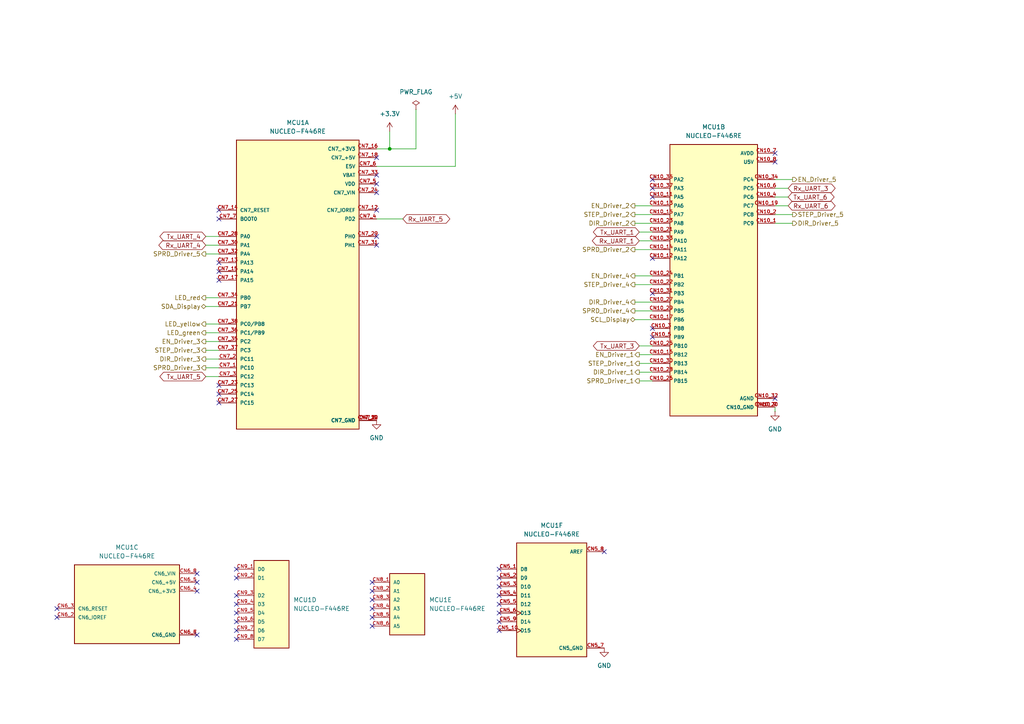
<source format=kicad_sch>
(kicad_sch (version 20231120) (generator "eeschema") (generator_version "8.0")
  (paper "A4")
  (lib_symbols
    (symbol "NUCLEO-F446RE:NUCLEO-F446RE" (pin_names (offset 1.016))
      (property "Reference" "U" (at -17.78 41.91 0))
      (property "Value" "NUCLEO-F446RE" (at -17.78 -44.45 0))
      (symbol "NUCLEO-F446RE_1_0"
        (rectangle (start -17.78 -43.18) (end 17.78 40.64) (stroke (width 0.254)) (fill (type background)))
        (pin bidirectional line (at -22.86 -25.4 0) (length 5.08) (name "PC10") (number "CN7_1"))
        (pin bidirectional line (at 22.86 20.32 180) (length 5.08) (name "CN7_IOREF") (number "CN7_12"))
        (pin bidirectional line (at -22.86 5.08 0) (length 5.08) (name "PA13") (number "CN7_13"))
        (pin bidirectional line (at -22.86 20.32 0) (length 5.08) (name "CN7_RESET") (number "CN7_14"))
        (pin bidirectional line (at -22.86 2.54 0) (length 5.08) (name "PA14") (number "CN7_15"))
        (pin power_in line (at 22.86 38.1 180) (length 5.08) (name "CN7_+3V3") (number "CN7_16"))
        (pin bidirectional line (at -22.86 0 0) (length 5.08) (name "PA15") (number "CN7_17"))
        (pin power_in line (at 22.86 35.56 180) (length 5.08) (name "CN7_+5V") (number "CN7_18"))
        (pin power_in line (at 22.86 -40.64 180) (length 5.08) (name "CN7_GND") (number "CN7_19"))
        (pin bidirectional line (at -22.86 -22.86 0) (length 5.08) (name "PC11") (number "CN7_2"))
        (pin power_in line (at 22.86 -40.64 180) (length 5.08) (name "CN7_GND") (number "CN7_20"))
        (pin bidirectional line (at -22.86 -7.62 0) (length 5.08) (name "PB7") (number "CN7_21"))
        (pin power_in line (at 22.86 -40.64 180) (length 5.08) (name "CN7_GND") (number "CN7_22"))
        (pin bidirectional line (at -22.86 -30.48 0) (length 5.08) (name "PC13") (number "CN7_23"))
        (pin power_in line (at 22.86 25.4 180) (length 5.08) (name "CN7_VIN") (number "CN7_24"))
        (pin bidirectional line (at -22.86 -33.02 0) (length 5.08) (name "PC14") (number "CN7_25"))
        (pin bidirectional line (at -22.86 -35.56 0) (length 5.08) (name "PC15") (number "CN7_27"))
        (pin bidirectional line (at -22.86 12.7 0) (length 5.08) (name "PA0") (number "CN7_28"))
        (pin bidirectional line (at 22.86 12.7 180) (length 5.08) (name "PH0") (number "CN7_29"))
        (pin bidirectional line (at -22.86 -27.94 0) (length 5.08) (name "PC12") (number "CN7_3"))
        (pin bidirectional line (at -22.86 10.16 0) (length 5.08) (name "PA1") (number "CN7_30"))
        (pin bidirectional line (at 22.86 10.16 180) (length 5.08) (name "PH1") (number "CN7_31"))
        (pin bidirectional line (at -22.86 7.62 0) (length 5.08) (name "PA4") (number "CN7_32"))
        (pin power_in line (at 22.86 30.48 180) (length 5.08) (name "VBAT") (number "CN7_33"))
        (pin bidirectional line (at -22.86 -5.08 0) (length 5.08) (name "PB0") (number "CN7_34"))
        (pin bidirectional line (at -22.86 -17.78 0) (length 5.08) (name "PC2") (number "CN7_35"))
        (pin bidirectional line (at -22.86 -15.24 0) (length 5.08) (name "PC1/PB9") (number "CN7_36"))
        (pin bidirectional line (at -22.86 -20.32 0) (length 5.08) (name "PC3") (number "CN7_37"))
        (pin bidirectional line (at -22.86 -12.7 0) (length 5.08) (name "PC0/PB8") (number "CN7_38"))
        (pin bidirectional line (at 22.86 17.78 180) (length 5.08) (name "PD2") (number "CN7_4"))
        (pin power_in line (at 22.86 27.94 180) (length 5.08) (name "VDD") (number "CN7_5"))
        (pin power_in line (at 22.86 33.02 180) (length 5.08) (name "E5V") (number "CN7_6"))
        (pin bidirectional line (at -22.86 17.78 0) (length 5.08) (name "BOOT0") (number "CN7_7"))
        (pin power_in line (at 22.86 -40.64 180) (length 5.08) (name "CN7_GND") (number "CN7_8"))
      )
      (symbol "NUCLEO-F446RE_2_0"
        (rectangle (start -12.7 -40.64) (end 12.7 38.1) (stroke (width 0.254)) (fill (type background)))
        (pin bidirectional line (at 17.78 15.24 180) (length 5.08) (name "PC9") (number "CN10_1"))
        (pin bidirectional line (at -17.78 22.86 0) (length 5.08) (name "PA5") (number "CN10_11"))
        (pin bidirectional line (at -17.78 5.08 0) (length 5.08) (name "PA12") (number "CN10_12"))
        (pin bidirectional line (at -17.78 20.32 0) (length 5.08) (name "PA6") (number "CN10_13"))
        (pin bidirectional line (at -17.78 7.62 0) (length 5.08) (name "PA11") (number "CN10_14"))
        (pin bidirectional line (at -17.78 17.78 0) (length 5.08) (name "PA7") (number "CN10_15"))
        (pin bidirectional line (at -17.78 -22.86 0) (length 5.08) (name "PB12") (number "CN10_16"))
        (pin bidirectional line (at -17.78 -12.7 0) (length 5.08) (name "PB6") (number "CN10_17"))
        (pin bidirectional line (at 17.78 20.32 180) (length 5.08) (name "PC7") (number "CN10_19"))
        (pin bidirectional line (at 17.78 17.78 180) (length 5.08) (name "PC8") (number "CN10_2"))
        (pin power_in line (at 17.78 -38.1 180) (length 5.08) (name "CN10_GND") (number "CN10_20"))
        (pin bidirectional line (at -17.78 12.7 0) (length 5.08) (name "PA9") (number "CN10_21"))
        (pin bidirectional line (at -17.78 -2.54 0) (length 5.08) (name "PB2") (number "CN10_22"))
        (pin bidirectional line (at -17.78 15.24 0) (length 5.08) (name "PA8") (number "CN10_23"))
        (pin bidirectional line (at -17.78 0 0) (length 5.08) (name "PB1") (number "CN10_24"))
        (pin bidirectional line (at -17.78 -20.32 0) (length 5.08) (name "PB10") (number "CN10_25"))
        (pin bidirectional line (at -17.78 -30.48 0) (length 5.08) (name "PB15") (number "CN10_26"))
        (pin bidirectional line (at -17.78 -7.62 0) (length 5.08) (name "PB4") (number "CN10_27"))
        (pin bidirectional line (at -17.78 -27.94 0) (length 5.08) (name "PB14") (number "CN10_28"))
        (pin bidirectional line (at -17.78 -10.16 0) (length 5.08) (name "PB5") (number "CN10_29"))
        (pin bidirectional line (at -17.78 -15.24 0) (length 5.08) (name "PB8") (number "CN10_3"))
        (pin bidirectional line (at -17.78 -25.4 0) (length 5.08) (name "PB13") (number "CN10_30"))
        (pin bidirectional line (at -17.78 -5.08 0) (length 5.08) (name "PB3") (number "CN10_31"))
        (pin power_in line (at 17.78 -35.56 180) (length 5.08) (name "AGND") (number "CN10_32"))
        (pin bidirectional line (at -17.78 10.16 0) (length 5.08) (name "PA10") (number "CN10_33"))
        (pin bidirectional line (at 17.78 27.94 180) (length 5.08) (name "PC4") (number "CN10_34"))
        (pin bidirectional line (at -17.78 27.94 0) (length 5.08) (name "PA2") (number "CN10_35"))
        (pin bidirectional line (at -17.78 25.4 0) (length 5.08) (name "PA3") (number "CN10_37"))
        (pin bidirectional line (at 17.78 22.86 180) (length 5.08) (name "PC6") (number "CN10_4"))
        (pin bidirectional line (at -17.78 -17.78 0) (length 5.08) (name "PB9") (number "CN10_5"))
        (pin bidirectional line (at 17.78 25.4 180) (length 5.08) (name "PC5") (number "CN10_6"))
        (pin power_in line (at 17.78 35.56 180) (length 5.08) (name "AVDD") (number "CN10_7"))
        (pin power_in line (at 17.78 33.02 180) (length 5.08) (name "U5V") (number "CN10_8"))
        (pin power_in line (at 17.78 -38.1 180) (length 5.08) (name "CN10_GND") (number "CN10_9"))
      )
      (symbol "NUCLEO-F446RE_3_0"
        (rectangle (start -15.24 -12.7) (end 15.24 10.16) (stroke (width 0.254)) (fill (type background)))
        (pin bidirectional line (at -20.32 -5.08 0) (length 5.08) (name "CN6_IOREF") (number "CN6_2"))
        (pin bidirectional line (at -20.32 -2.54 0) (length 5.08) (name "CN6_RESET") (number "CN6_3"))
        (pin power_in line (at 20.32 2.54 180) (length 5.08) (name "CN6_+3V3") (number "CN6_4"))
        (pin power_in line (at 20.32 5.08 180) (length 5.08) (name "CN6_+5V") (number "CN6_5"))
        (pin power_in line (at 20.32 -10.16 180) (length 5.08) (name "CN6_GND") (number "CN6_6"))
        (pin power_in line (at 20.32 -10.16 180) (length 5.08) (name "CN6_GND") (number "CN6_7"))
        (pin power_in line (at 20.32 7.62 180) (length 5.08) (name "CN6_VIN") (number "CN6_8"))
      )
      (symbol "NUCLEO-F446RE_4_0"
        (rectangle (start -5.08 -12.7) (end 5.08 12.7) (stroke (width 0.254)) (fill (type background)))
        (pin input line (at -10.16 10.16 0) (length 5.08) (name "D0") (number "CN9_1"))
        (pin output line (at -10.16 7.62 0) (length 5.08) (name "D1") (number "CN9_2"))
        (pin bidirectional line (at -10.16 2.54 0) (length 5.08) (name "D2") (number "CN9_3"))
        (pin bidirectional line (at -10.16 0 0) (length 5.08) (name "D3") (number "CN9_4"))
        (pin bidirectional line (at -10.16 -2.54 0) (length 5.08) (name "D4") (number "CN9_5"))
        (pin bidirectional line (at -10.16 -5.08 0) (length 5.08) (name "D5") (number "CN9_6"))
        (pin bidirectional line (at -10.16 -7.62 0) (length 5.08) (name "D6") (number "CN9_7"))
        (pin bidirectional line (at -10.16 -10.16 0) (length 5.08) (name "D7") (number "CN9_8"))
      )
      (symbol "NUCLEO-F446RE_5_0"
        (rectangle (start -5.08 -10.16) (end 5.08 7.62) (stroke (width 0.254)) (fill (type background)))
        (pin input line (at -10.16 5.08 0) (length 5.08) (name "A0") (number "CN8_1"))
        (pin input line (at -10.16 2.54 0) (length 5.08) (name "A1") (number "CN8_2"))
        (pin input line (at -10.16 0 0) (length 5.08) (name "A2") (number "CN8_3"))
        (pin input line (at -10.16 -2.54 0) (length 5.08) (name "A3") (number "CN8_4"))
        (pin input line (at -10.16 -5.08 0) (length 5.08) (name "A4") (number "CN8_5"))
        (pin input line (at -10.16 -7.62 0) (length 5.08) (name "A5") (number "CN8_6"))
      )
      (symbol "NUCLEO-F446RE_6_0"
        (rectangle (start -10.16 -17.78) (end 10.16 15.24) (stroke (width 0.254)) (fill (type background)))
        (pin bidirectional line (at -15.24 7.62 0) (length 5.08) (name "D8") (number "CN5_1"))
        (pin bidirectional clock (at -15.24 -10.16 0) (length 5.08) (name "D15") (number "CN5_10"))
        (pin bidirectional line (at -15.24 5.08 0) (length 5.08) (name "D9") (number "CN5_2"))
        (pin bidirectional line (at -15.24 2.54 0) (length 5.08) (name "D10") (number "CN5_3"))
        (pin bidirectional line (at -15.24 0 0) (length 5.08) (name "D11") (number "CN5_4"))
        (pin bidirectional line (at -15.24 -2.54 0) (length 5.08) (name "D12") (number "CN5_5"))
        (pin bidirectional clock (at -15.24 -5.08 0) (length 5.08) (name "D13") (number "CN5_6"))
        (pin power_in line (at 15.24 -15.24 180) (length 5.08) (name "CN5_GND") (number "CN5_7"))
        (pin power_in line (at 15.24 12.7 180) (length 5.08) (name "AREF") (number "CN5_8"))
        (pin bidirectional line (at -15.24 -7.62 0) (length 5.08) (name "D14") (number "CN5_9"))
      )
    )
    (symbol "power:+3.3V" (power) (pin_numbers hide) (pin_names (offset 0) hide)
      (property "Value" "+3.3V" (at 0 3.556 0))
      (symbol "+3.3V_0_1"
        (polyline (pts (xy -0.762 1.27) (xy 0 2.54)))
        (polyline (pts (xy 0 0) (xy 0 2.54)))
        (polyline (pts (xy 0 2.54) (xy 0.762 1.27)))
      )
      (symbol "+3.3V_1_1"
        (pin power_in line (at 0 0 90) (length 0) (name "~") (number "1"))
      )
    )
    (symbol "power:+5V" (power) (pin_numbers hide) (pin_names (offset 0) hide)
      (property "Value" "+5V" (at 0 3.556 0))
      (symbol "+5V_0_1"
        (polyline (pts (xy -0.762 1.27) (xy 0 2.54)))
        (polyline (pts (xy 0 0) (xy 0 2.54)))
        (polyline (pts (xy 0 2.54) (xy 0.762 1.27)))
      )
      (symbol "+5V_1_1"
        (pin power_in line (at 0 0 90) (length 0) (name "~") (number "1"))
      )
    )
    (symbol "power:GND" (power) (pin_numbers hide) (pin_names (offset 0) hide)
      (property "Value" "GND" (at 0 -3.81 0))
      (symbol "GND_0_1"
        (polyline (pts (xy 0 0) (xy 0 -1.27) (xy 1.27 -1.27) (xy 0 -2.54) (xy -1.27 -1.27) (xy 0 -1.27)))
      )
      (symbol "GND_1_1"
        (pin power_in line (at 0 0 270) (length 0) (name "~") (number "1"))
      )
    )
    (symbol "power:PWR_FLAG" (power) (pin_numbers hide) (pin_names (offset 0) hide)
      (property "Value" "PWR_FLAG" (at 0 3.81 0))
      (symbol "PWR_FLAG_0_0"
        (pin power_out line (at 0 0 90) (length 0) (name "~") (number "1"))
      )
      (symbol "PWR_FLAG_0_1"
        (polyline (pts (xy 0 0) (xy 0 1.27) (xy -1.016 1.905) (xy 0 2.54) (xy 1.016 1.905) (xy 0 1.27)))
      )
    )
  )
  (junction (at 113.03 43.18))
  (no_connect (at 63.5 76.2))
  (no_connect (at 68.58 175.26))
  (no_connect (at 109.22 53.34))
  (no_connect (at 109.22 71.12))
  (no_connect (at 144.78 165.1))
  (no_connect (at 68.58 185.42))
  (no_connect (at 16.51 176.53))
  (no_connect (at 63.5 81.28))
  (no_connect (at 57.15 168.91))
  (no_connect (at 16.51 179.07))
  (no_connect (at 63.5 63.5))
  (no_connect (at 109.22 55.88))
  (no_connect (at 57.15 171.45))
  (no_connect (at 189.23 52.07))
  (no_connect (at 144.78 177.8))
  (no_connect (at 189.23 95.25))
  (no_connect (at 107.95 168.91))
  (no_connect (at 63.5 116.84))
  (no_connect (at 189.23 74.93))
  (no_connect (at 107.95 179.07))
  (no_connect (at 109.22 60.96))
  (no_connect (at 144.78 175.26))
  (no_connect (at 144.78 172.72))
  (no_connect (at 109.22 50.8))
  (no_connect (at 224.79 44.45))
  (no_connect (at 68.58 167.64))
  (no_connect (at 68.58 172.72))
  (no_connect (at 57.15 166.37))
  (no_connect (at 63.5 78.74))
  (no_connect (at 144.78 167.64))
  (no_connect (at 63.5 114.3))
  (no_connect (at 144.78 170.18))
  (no_connect (at 144.78 182.88))
  (no_connect (at 189.23 57.15))
  (no_connect (at 68.58 177.8))
  (no_connect (at 224.79 46.99))
  (no_connect (at 189.23 85.09))
  (no_connect (at 175.26 160.02))
  (no_connect (at 107.95 173.99))
  (no_connect (at 68.58 165.1))
  (no_connect (at 189.23 54.61))
  (no_connect (at 107.95 171.45))
  (no_connect (at 189.23 97.79))
  (no_connect (at 63.5 60.96))
  (no_connect (at 63.5 111.76))
  (no_connect (at 57.15 184.15))
  (no_connect (at 107.95 181.61))
  (no_connect (at 144.78 180.34))
  (no_connect (at 109.22 68.58))
  (no_connect (at 68.58 180.34))
  (no_connect (at 109.22 45.72))
  (no_connect (at 224.79 115.57))
  (no_connect (at 107.95 176.53))
  (no_connect (at 68.58 182.88))
  (wire (pts (xy 224.79 62.23) (xy 229.87 62.23)))
  (wire (pts (xy 185.42 105.41) (xy 189.23 105.41)))
  (wire (pts (xy 59.69 68.58) (xy 63.5 68.58)))
  (wire (pts (xy 184.15 72.39) (xy 189.23 72.39)))
  (wire (pts (xy 185.42 69.85) (xy 189.23 69.85)))
  (wire (pts (xy 224.79 64.77) (xy 229.87 64.77)))
  (wire (pts (xy 184.15 90.17) (xy 189.23 90.17)))
  (wire (pts (xy 184.15 64.77) (xy 189.23 64.77)))
  (wire (pts (xy 132.08 48.26) (xy 109.22 48.26)))
  (wire (pts (xy 59.69 71.12) (xy 63.5 71.12)))
  (wire (pts (xy 185.42 110.49) (xy 189.23 110.49)))
  (wire (pts (xy 184.15 80.01) (xy 189.23 80.01)))
  (wire (pts (xy 224.79 57.15) (xy 228.6 57.15)))
  (wire (pts (xy 224.79 59.69) (xy 228.6 59.69)))
  (wire (pts (xy 113.03 38.1) (xy 113.03 43.18)))
  (wire (pts (xy 184.15 82.55) (xy 189.23 82.55)))
  (wire (pts (xy 59.69 99.06) (xy 63.5 99.06)))
  (wire (pts (xy 184.15 62.23) (xy 189.23 62.23)))
  (wire (pts (xy 224.79 52.07) (xy 229.87 52.07)))
  (wire (pts (xy 184.15 87.63) (xy 189.23 87.63)))
  (wire (pts (xy 132.08 33.02) (xy 132.08 48.26)))
  (wire (pts (xy 185.42 100.33) (xy 189.23 100.33)))
  (wire (pts (xy 184.15 59.69) (xy 189.23 59.69)))
  (wire (pts (xy 109.22 43.18) (xy 113.03 43.18)))
  (wire (pts (xy 120.65 31.75) (xy 120.65 43.18)))
  (wire (pts (xy 184.15 92.71) (xy 189.23 92.71)))
  (wire (pts (xy 185.42 102.87) (xy 189.23 102.87)))
  (wire (pts (xy 59.69 86.36) (xy 63.5 86.36)))
  (wire (pts (xy 224.79 54.61) (xy 228.6 54.61)))
  (wire (pts (xy 59.69 109.22) (xy 63.5 109.22)))
  (wire (pts (xy 120.65 43.18) (xy 113.03 43.18)))
  (wire (pts (xy 59.69 88.9) (xy 63.5 88.9)))
  (wire (pts (xy 109.22 63.5) (xy 116.84 63.5)))
  (wire (pts (xy 59.69 104.14) (xy 63.5 104.14)))
  (wire (pts (xy 59.69 96.52) (xy 63.5 96.52)))
  (wire (pts (xy 59.69 101.6) (xy 63.5 101.6)))
  (wire (pts (xy 59.69 93.98) (xy 63.5 93.98)))
  (wire (pts (xy 59.69 73.66) (xy 63.5 73.66)))
  (wire (pts (xy 59.69 106.68) (xy 63.5 106.68)))
  (wire (pts (xy 224.79 118.11) (xy 224.79 119.38)))
  (wire (pts (xy 185.42 67.31) (xy 189.23 67.31)))
  (wire (pts (xy 185.42 107.95) (xy 189.23 107.95)))
  (global_label "Tx_UART_5" (shape bidirectional) (at 59.69 109.22 180) (property "Intersheetrefs" "${INTERSHEET_REFS}" (effects (hide yes))))
  (global_label "Rx_UART_1" (shape bidirectional) (at 185.42 69.85 180) (property "Intersheetrefs" "${INTERSHEET_REFS}" (effects (hide yes))))
  (global_label "Rx_UART_4" (shape bidirectional) (at 59.69 71.12 180) (property "Intersheetrefs" "${INTERSHEET_REFS}" (effects (hide yes))))
  (global_label "Rx_UART_3" (shape bidirectional) (at 228.6 54.61 0) (property "Intersheetrefs" "${INTERSHEET_REFS}" (effects (hide yes))))
  (global_label "Rx_UART_6" (shape bidirectional) (at 228.6 59.69 0) (property "Intersheetrefs" "${INTERSHEET_REFS}" (effects (hide yes))))
  (global_label "Tx_UART_3" (shape bidirectional) (at 185.42 100.33 180) (property "Intersheetrefs" "${INTERSHEET_REFS}" (effects (hide yes))))
  (global_label "Rx_UART_5" (shape bidirectional) (at 116.84 63.5 0) (property "Intersheetrefs" "${INTERSHEET_REFS}" (effects (hide yes))))
  (global_label "Tx_UART_6" (shape bidirectional) (at 228.6 57.15 0) (property "Intersheetrefs" "${INTERSHEET_REFS}" (effects (hide yes))))
  (global_label "Tx_UART_4" (shape bidirectional) (at 59.69 68.58 180) (property "Intersheetrefs" "${INTERSHEET_REFS}" (effects (hide yes))))
  (global_label "Tx_UART_1" (shape bidirectional) (at 185.42 67.31 180) (property "Intersheetrefs" "${INTERSHEET_REFS}" (effects (hide yes))))
  (hierarchical_label "STEP_Driver_1" (shape output) (at 185.42 105.41 180))
  (hierarchical_label "STEP_Driver_5" (shape output) (at 229.87 62.23 0))
  (hierarchical_label "STEP_Driver_3" (shape output) (at 59.69 101.6 180))
  (hierarchical_label "EN_Driver_2" (shape output) (at 184.15 59.69 180))
  (hierarchical_label "SPRD_Driver_2" (shape output) (at 184.15 72.39 180))
  (hierarchical_label "EN_Driver_5" (shape output) (at 229.87 52.07 0))
  (hierarchical_label "LED_red" (shape output) (at 59.69 86.36 180))
  (hierarchical_label "DIR_Driver_4" (shape output) (at 184.15 87.63 180))
  (hierarchical_label "DIR_Driver_5" (shape output) (at 229.87 64.77 0))
  (hierarchical_label "LED_yellow" (shape output) (at 59.69 93.98 180))
  (hierarchical_label "SDA_Display" (shape bidirectional) (at 59.69 88.9 180))
  (hierarchical_label "DIR_Driver_2" (shape output) (at 184.15 64.77 180))
  (hierarchical_label "EN_Driver_4" (shape output) (at 184.15 80.01 180))
  (hierarchical_label "STEP_Driver_2" (shape output) (at 184.15 62.23 180))
  (hierarchical_label "EN_Driver_1" (shape output) (at 185.42 102.87 180))
  (hierarchical_label "SPRD_Driver_5" (shape output) (at 59.69 73.66 180))
  (hierarchical_label "SCL_Display" (shape bidirectional) (at 184.15 92.71 180))
  (hierarchical_label "LED_green" (shape output) (at 59.69 96.52 180))
  (hierarchical_label "EN_Driver_3" (shape output) (at 59.69 99.06 180))
  (hierarchical_label "SPRD_Driver_3" (shape output) (at 59.69 106.68 180))
  (hierarchical_label "SPRD_Driver_1" (shape output) (at 185.42 110.49 180))
  (hierarchical_label "STEP_Driver_4" (shape output) (at 184.15 82.55 180))
  (hierarchical_label "SPRD_Driver_4" (shape output) (at 184.15 90.17 180))
  (hierarchical_label "DIR_Driver_3" (shape output) (at 59.69 104.14 180))
  (hierarchical_label "DIR_Driver_1" (shape output) (at 185.42 107.95 180))
  (symbol (lib_id "NUCLEO-F446RE:NUCLEO-F446RE") (at 207.01 80.01 0) (unit 2)
    (property "Reference" "MCU1" (at 207.01 36.83 0))
    (property "Value" "NUCLEO-F446RE" (at 207.01 39.37 0))
    (property "Footprint" "NUCLEO-F446RE:MODULE_NUCLEO-F446RE" (effects (hide yes)))
    (property "MF" "STMicroelectronics" (effects (hide yes)))
    (property "Package" "None" (effects (hide yes)))
    (property "Price" "None" (effects (hide yes)))
    (property "Check_prices" "https://www.snapeda.com/parts/NUCLEO-F446RE/STMicroelectronics/view-part/?ref=eda" (effects (hide yes)))
    (property "STANDARD" "Manufacturer Recommendations" (effects (hide yes)))
    (property "PARTREV" "13" (effects (hide yes)))
    (property "SnapEDA_Link" "https://www.snapeda.com/parts/NUCLEO-F446RE/STMicroelectronics/view-part/?ref=snap" (effects (hide yes)))
    (property "MP" "NUCLEO-F446RE" (effects (hide yes)))
    (property "Description_1" "\n                        \n                            STM32F446RE, mbed-Enabled Development Nucleo-64 STM32F4 ARM® Cortex®-M4 MCU 32-Bit Embedded Evaluation Board\n                        \n" (effects (hide yes)))
    (property "Availability" "In Stock" (effects (hide yes)))
    (property "MANUFACTURER" "STMicroelectronics" (effects (hide yes)))
  )
  (symbol (lib_id "NUCLEO-F446RE:NUCLEO-F446RE") (at 86.36 81.28 0) (unit 1)
    (property "Reference" "MCU1" (at 86.36 35.56 0))
    (property "Value" "NUCLEO-F446RE" (at 86.36 38.1 0))
    (property "Footprint" "NUCLEO-F446RE:MODULE_NUCLEO-F446RE" (effects (hide yes)))
    (property "MF" "STMicroelectronics" (effects (hide yes)))
    (property "Package" "None" (effects (hide yes)))
    (property "Price" "None" (effects (hide yes)))
    (property "Check_prices" "https://www.snapeda.com/parts/NUCLEO-F446RE/STMicroelectronics/view-part/?ref=eda" (effects (hide yes)))
    (property "STANDARD" "Manufacturer Recommendations" (effects (hide yes)))
    (property "PARTREV" "13" (effects (hide yes)))
    (property "SnapEDA_Link" "https://www.snapeda.com/parts/NUCLEO-F446RE/STMicroelectronics/view-part/?ref=snap" (effects (hide yes)))
    (property "MP" "NUCLEO-F446RE" (effects (hide yes)))
    (property "Description_1" "\n                        \n                            STM32F446RE, mbed-Enabled Development Nucleo-64 STM32F4 ARM® Cortex®-M4 MCU 32-Bit Embedded Evaluation Board\n                        \n" (effects (hide yes)))
    (property "Availability" "In Stock" (effects (hide yes)))
    (property "MANUFACTURER" "STMicroelectronics" (effects (hide yes)))
  )
  (symbol (lib_id "power:PWR_FLAG") (at 120.65 31.75 0) (unit 1)
    (property "Reference" "#FLG04" (effects (hide yes)))
    (property "Value" "PWR_FLAG" (at 120.65 26.67 0))
    (property "Description" "Special symbol for telling ERC where power comes from" (effects (hide yes)))
  )
  (symbol (lib_id "power:GND") (at 224.79 119.38 0) (unit 1)
    (property "Reference" "#PWR03" (effects (hide yes)))
    (property "Value" "GND" (at 224.79 124.46 0))
    (property "Description" "Power symbol creates a global label with name \"GND\" , ground" (effects (hide yes)))
  )
  (symbol (lib_id "NUCLEO-F446RE:NUCLEO-F446RE") (at 160.02 172.72 0) (unit 6)
    (property "Reference" "MCU1" (at 160.02 152.4 0))
    (property "Value" "NUCLEO-F446RE" (at 160.02 154.94 0))
    (property "Footprint" "NUCLEO-F446RE:MODULE_NUCLEO-F446RE" (effects (hide yes)))
    (property "MF" "STMicroelectronics" (effects (hide yes)))
    (property "Package" "None" (effects (hide yes)))
    (property "Price" "None" (effects (hide yes)))
    (property "Check_prices" "https://www.snapeda.com/parts/NUCLEO-F446RE/STMicroelectronics/view-part/?ref=eda" (effects (hide yes)))
    (property "STANDARD" "Manufacturer Recommendations" (effects (hide yes)))
    (property "PARTREV" "13" (effects (hide yes)))
    (property "SnapEDA_Link" "https://www.snapeda.com/parts/NUCLEO-F446RE/STMicroelectronics/view-part/?ref=snap" (effects (hide yes)))
    (property "MP" "NUCLEO-F446RE" (effects (hide yes)))
    (property "Description_1" "\n                        \n                            STM32F446RE, mbed-Enabled Development Nucleo-64 STM32F4 ARM® Cortex®-M4 MCU 32-Bit Embedded Evaluation Board\n                        \n" (effects (hide yes)))
    (property "Availability" "In Stock" (effects (hide yes)))
    (property "MANUFACTURER" "STMicroelectronics" (effects (hide yes)))
  )
  (symbol (lib_id "NUCLEO-F446RE:NUCLEO-F446RE") (at 36.83 173.99 0) (unit 3)
    (property "Reference" "MCU1" (at 36.83 158.75 0))
    (property "Value" "NUCLEO-F446RE" (at 36.83 161.29 0))
    (property "Footprint" "NUCLEO-F446RE:MODULE_NUCLEO-F446RE" (effects (hide yes)))
    (property "MF" "STMicroelectronics" (effects (hide yes)))
    (property "Package" "None" (effects (hide yes)))
    (property "Price" "None" (effects (hide yes)))
    (property "Check_prices" "https://www.snapeda.com/parts/NUCLEO-F446RE/STMicroelectronics/view-part/?ref=eda" (effects (hide yes)))
    (property "STANDARD" "Manufacturer Recommendations" (effects (hide yes)))
    (property "PARTREV" "13" (effects (hide yes)))
    (property "SnapEDA_Link" "https://www.snapeda.com/parts/NUCLEO-F446RE/STMicroelectronics/view-part/?ref=snap" (effects (hide yes)))
    (property "MP" "NUCLEO-F446RE" (effects (hide yes)))
    (property "Description_1" "\n                        \n                            STM32F446RE, mbed-Enabled Development Nucleo-64 STM32F4 ARM® Cortex®-M4 MCU 32-Bit Embedded Evaluation Board\n                        \n" (effects (hide yes)))
    (property "Availability" "In Stock" (effects (hide yes)))
    (property "MANUFACTURER" "STMicroelectronics" (effects (hide yes)))
  )
  (symbol (lib_id "NUCLEO-F446RE:NUCLEO-F446RE") (at 78.74 175.26 0) (unit 4)
    (property "Reference" "MCU1" (at 85.09 173.9899 0) (effects (justify left)))
    (property "Value" "NUCLEO-F446RE" (at 85.09 176.5299 0) (effects (justify left)))
    (property "Footprint" "NUCLEO-F446RE:MODULE_NUCLEO-F446RE" (effects (hide yes)))
    (property "MF" "STMicroelectronics" (effects (hide yes)))
    (property "Package" "None" (effects (hide yes)))
    (property "Price" "None" (effects (hide yes)))
    (property "Check_prices" "https://www.snapeda.com/parts/NUCLEO-F446RE/STMicroelectronics/view-part/?ref=eda" (effects (hide yes)))
    (property "STANDARD" "Manufacturer Recommendations" (effects (hide yes)))
    (property "PARTREV" "13" (effects (hide yes)))
    (property "SnapEDA_Link" "https://www.snapeda.com/parts/NUCLEO-F446RE/STMicroelectronics/view-part/?ref=snap" (effects (hide yes)))
    (property "MP" "NUCLEO-F446RE" (effects (hide yes)))
    (property "Description_1" "\n                        \n                            STM32F446RE, mbed-Enabled Development Nucleo-64 STM32F4 ARM® Cortex®-M4 MCU 32-Bit Embedded Evaluation Board\n                        \n" (effects (hide yes)))
    (property "Availability" "In Stock" (effects (hide yes)))
    (property "MANUFACTURER" "STMicroelectronics" (effects (hide yes)))
  )
  (symbol (lib_id "power:+3.3V") (at 113.03 38.1 0) (unit 1)
    (property "Reference" "#PWR02" (effects (hide yes)))
    (property "Value" "+3.3V" (at 113.03 33.02 0))
    (property "Description" "Power symbol creates a global label with name \"+3.3V\"" (effects (hide yes)))
  )
  (symbol (lib_id "power:GND") (at 175.26 187.96 0) (unit 1)
    (property "Reference" "#PWR05" (effects (hide yes)))
    (property "Value" "GND" (at 175.26 193.04 0))
    (property "Description" "Power symbol creates a global label with name \"GND\" , ground" (effects (hide yes)))
  )
  (symbol (lib_id "power:+5V") (at 132.08 33.02 0) (unit 1)
    (property "Reference" "#PWR01" (effects (hide yes)))
    (property "Value" "+5V" (at 132.08 27.94 0))
    (property "Description" "Power symbol creates a global label with name \"+5V\"" (effects (hide yes)))
  )
  (symbol (lib_id "NUCLEO-F446RE:NUCLEO-F446RE") (at 118.11 173.99 0) (unit 5)
    (property "Reference" "MCU1" (at 124.46 173.9899 0) (effects (justify left)))
    (property "Value" "NUCLEO-F446RE" (at 124.46 176.5299 0) (effects (justify left)))
    (property "Footprint" "NUCLEO-F446RE:MODULE_NUCLEO-F446RE" (effects (hide yes)))
    (property "MF" "STMicroelectronics" (effects (hide yes)))
    (property "Package" "None" (effects (hide yes)))
    (property "Price" "None" (effects (hide yes)))
    (property "Check_prices" "https://www.snapeda.com/parts/NUCLEO-F446RE/STMicroelectronics/view-part/?ref=eda" (effects (hide yes)))
    (property "STANDARD" "Manufacturer Recommendations" (effects (hide yes)))
    (property "PARTREV" "13" (effects (hide yes)))
    (property "SnapEDA_Link" "https://www.snapeda.com/parts/NUCLEO-F446RE/STMicroelectronics/view-part/?ref=snap" (effects (hide yes)))
    (property "MP" "NUCLEO-F446RE" (effects (hide yes)))
    (property "Description_1" "\n                        \n                            STM32F446RE, mbed-Enabled Development Nucleo-64 STM32F4 ARM® Cortex®-M4 MCU 32-Bit Embedded Evaluation Board\n                        \n" (effects (hide yes)))
    (property "Availability" "In Stock" (effects (hide yes)))
    (property "MANUFACTURER" "STMicroelectronics" (effects (hide yes)))
  )
  (symbol (lib_id "power:GND") (at 109.22 121.92 0) (unit 1)
    (property "Reference" "#PWR04" (effects (hide yes)))
    (property "Value" "GND" (at 109.22 127 0))
    (property "Description" "Power symbol creates a global label with name \"GND\" , ground" (effects (hide yes)))
  )
)
</source>
